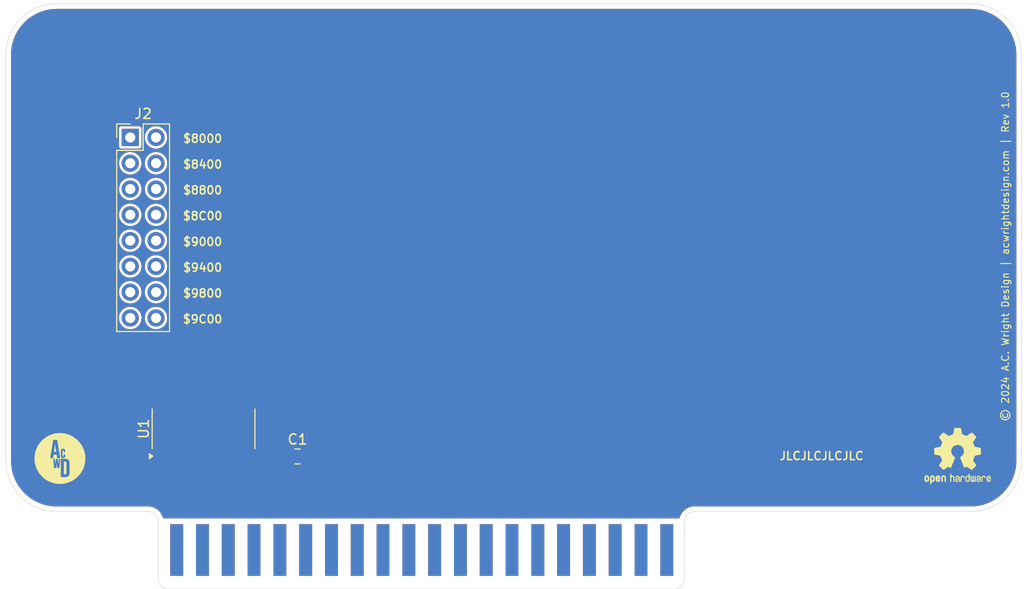
<source format=kicad_pcb>
(kicad_pcb (version 20240108) (generator "pcbnew") (generator_version "8.0")
  (title_block (title "6502 Card") (date "2024-06-11") (rev "1.0") (company "A.C. Wright Design"))
  (layers (0 "F.Cu" signal) (31 "B.Cu" signal) (34 "B.Paste" user) (35 "F.Paste" user) (36 "B.SilkS" user "B.Silkscreen") (37 "F.SilkS" user "F.Silkscreen") (38 "B.Mask" user) (39 "F.Mask" user) (44 "Edge.Cuts" user))
  (net 0 "")
  (net 1 "GND")
  (net 3 "VCC")
  (net 14 "A15")
  (net 17 "A12")
  (net 22 "A11")
  (net 28 "A14")
  (net 33 "A13")
  (net 34 "A10")
  (net 39 "CSB")
  (net 40 "/$8400")
  (net 41 "/$9800")
  (net 42 "/$9400")
  (net 43 "/$8C00")
  (net 44 "/$9000")
  (net 45 "/$8800")
  (net 46 "/$8000")
  (net 47 "/$9C00")
  (footprint "Symbol:OSHW-Logo2_7.3x6mm_SilkScreen" (layer "F.Cu") (at 194.3 114.9)
    (property "Reference" "REF**" (hide yes))
    (property "Value" "OSHW-Logo2_7.3x6mm_SilkScreen" (hide yes))
  )
  (footprint "Connector_PinHeader_2.54mm:PinHeader_2x08_P2.54mm_Vertical" (layer "F.Cu") (at 112.825 83.535)
    (property "Reference" "J2" (at 1.27 -2.33 0) (layer "F.SilkS"))
    (property "Value" "Conn_02x08_Odd_Even" (hide yes))
    (pad "1" thru_hole rect (at 0 0) (size 1.7 1.7) (drill 1) (layers "*.Cu" "*.Mask") (net 46 "/$8000"))
    (pad "2" thru_hole oval (at 2.54 0) (size 1.7 1.7) (drill 1) (layers "*.Cu" "*.Mask") (net 39 "CSB"))
    (pad "3" thru_hole oval (at 0 2.54) (size 1.7 1.7) (drill 1) (layers "*.Cu" "*.Mask") (net 40 "/$8400"))
    (pad "4" thru_hole oval (at 2.54 2.54) (size 1.7 1.7) (drill 1) (layers "*.Cu" "*.Mask") (net 39 "CSB"))
    (pad "5" thru_hole oval (at 0 5.08) (size 1.7 1.7) (drill 1) (layers "*.Cu" "*.Mask") (net 45 "/$8800"))
    (pad "6" thru_hole oval (at 2.54 5.08) (size 1.7 1.7) (drill 1) (layers "*.Cu" "*.Mask") (net 39 "CSB"))
    (pad "7" thru_hole oval (at 0 7.62) (size 1.7 1.7) (drill 1) (layers "*.Cu" "*.Mask") (net 43 "/$8C00"))
    (pad "8" thru_hole oval (at 2.54 7.62) (size 1.7 1.7) (drill 1) (layers "*.Cu" "*.Mask") (net 39 "CSB"))
    (pad "9" thru_hole oval (at 0 10.16) (size 1.7 1.7) (drill 1) (layers "*.Cu" "*.Mask") (net 44 "/$9000"))
    (pad "10" thru_hole oval (at 2.54 10.16) (size 1.7 1.7) (drill 1) (layers "*.Cu" "*.Mask") (net 39 "CSB"))
    (pad "11" thru_hole oval (at 0 12.7) (size 1.7 1.7) (drill 1) (layers "*.Cu" "*.Mask") (net 42 "/$9400"))
    (pad "12" thru_hole oval (at 2.54 12.7) (size 1.7 1.7) (drill 1) (layers "*.Cu" "*.Mask") (net 39 "CSB"))
    (pad "13" thru_hole oval (at 0 15.24) (size 1.7 1.7) (drill 1) (layers "*.Cu" "*.Mask") (net 41 "/$9800"))
    (pad "14" thru_hole oval (at 2.54 15.24) (size 1.7 1.7) (drill 1) (layers "*.Cu" "*.Mask") (net 39 "CSB"))
    (pad "15" thru_hole oval (at 0 17.78) (size 1.7 1.7) (drill 1) (layers "*.Cu" "*.Mask") (net 47 "/$9C00"))
    (pad "16" thru_hole oval (at 2.54 17.78) (size 1.7 1.7) (drill 1) (layers "*.Cu" "*.Mask") (net 39 "CSB"))
  )
  (footprint "Package_SO:SOIC-16_3.9x9.9mm_P1.27mm" (layer "F.Cu") (at 120.045 112.225 90)
    (property "Reference" "U1" (at 0 -5.9 90) (layer "F.SilkS"))
    (property "Value" "74HC138")
    (pad "1" smd roundrect (at -2.475 -4.445 90) (size 1.95 0.6) (layers "F.Cu" "F.Paste" "F.Mask") (net 34 "A10"))
    (pad "2" smd roundrect (at -2.475 -3.175 90) (size 1.95 0.6) (layers "F.Cu" "F.Paste" "F.Mask") (net 22 "A11"))
    (pad "3" smd roundrect (at -2.475 -1.905 90) (size 1.95 0.6) (layers "F.Cu" "F.Paste" "F.Mask") (net 17 "A12"))
    (pad "4" smd roundrect (at -2.475 -0.635 90) (size 1.95 0.6) (layers "F.Cu" "F.Paste" "F.Mask") (net 33 "A13"))
    (pad "5" smd roundrect (at -2.475 0.635 90) (size 1.95 0.6) (layers "F.Cu" "F.Paste" "F.Mask") (net 28 "A14"))
    (pad "6" smd roundrect (at -2.475 1.905 90) (size 1.95 0.6) (layers "F.Cu" "F.Paste" "F.Mask") (net 14 "A15"))
    (pad "7" smd roundrect (at -2.475 3.175 90) (size 1.95 0.6) (layers "F.Cu" "F.Paste" "F.Mask") (net 47 "/$9C00"))
    (pad "8" smd roundrect (at -2.475 4.445 90) (size 1.95 0.6) (layers "F.Cu" "F.Paste" "F.Mask") (net 1 "GND"))
    (pad "9" smd roundrect (at 2.475 4.445 90) (size 1.95 0.6) (layers "F.Cu" "F.Paste" "F.Mask") (net 41 "/$9800"))
    (pad "10" smd roundrect (at 2.475 3.175 90) (size 1.95 0.6) (layers "F.Cu" "F.Paste" "F.Mask") (net 42 "/$9400"))
    (pad "11" smd roundrect (at 2.475 1.905 90) (size 1.95 0.6) (layers "F.Cu" "F.Paste" "F.Mask") (net 44 "/$9000"))
    (pad "12" smd roundrect (at 2.475 0.635 90) (size 1.95 0.6) (layers "F.Cu" "F.Paste" "F.Mask") (net 43 "/$8C00"))
    (pad "13" smd roundrect (at 2.475 -0.635 90) (size 1.95 0.6) (layers "F.Cu" "F.Paste" "F.Mask") (net 45 "/$8800"))
    (pad "14" smd roundrect (at 2.475 -1.905 90) (size 1.95 0.6) (layers "F.Cu" "F.Paste" "F.Mask") (net 40 "/$8400"))
    (pad "15" smd roundrect (at 2.475 -3.175 90) (size 1.95 0.6) (layers "F.Cu" "F.Paste" "F.Mask") (net 46 "/$8000"))
    (pad "16" smd roundrect (at 2.475 -4.445 90) (size 1.95 0.6) (layers "F.Cu" "F.Paste" "F.Mask") (net 3 "VCC"))
  )
  (footprint "Capacitor_SMD:C_0805_2012Metric" (layer "F.Cu") (at 129.3 114.95)
    (property "Reference" "C1" (at 0 -1.68 0) (layer "F.SilkS"))
    (property "Value" "100nF")
    (pad "1" smd roundrect (at -0.95 0) (size 1 1.45) (layers "F.Cu" "F.Paste" "F.Mask") (net 3 "VCC"))
    (pad "2" smd roundrect (at 0.95 0) (size 1 1.45) (layers "F.Cu" "F.Paste" "F.Mask") (net 1 "GND"))
  )
  (footprint "A.C. Wright Logo:A.C. Wright Logo 5mm" (layer "F.Cu") (at 105.9 115.15)
    (property "Reference" "G***" (hide yes))
    (property "Value" "LOGO" (hide yes))
  )
  (footprint "6502 Parts:6502 Card Edge" (layer "F.Cu") (at 117.4 126.7)
    (property "Reference" "J1" (hide yes))
    (property "Value" "6502 Card Edge" (hide yes))
    (pad "A0" smd rect (at 45.72 -2.54 90) (size 5.08 1.27) (layers "B.Cu" "B.Paste" "B.Mask"))
    (pad "A1" smd rect (at 43.18 -2.54 90) (size 5.08 1.27) (layers "B.Cu" "B.Paste" "B.Mask"))
    (pad "A2" smd rect (at 40.64 -2.54 90) (size 5.08 1.27) (layers "B.Cu" "B.Paste" "B.Mask"))
    (pad "A3" smd rect (at 38.1 -2.54 90) (size 5.08 1.27) (layers "B.Cu" "B.Paste" "B.Mask"))
    (pad "A4" smd rect (at 35.56 -2.54 90) (size 5.08 1.27) (layers "B.Cu" "B.Paste" "B.Mask"))
    (pad "A5" smd rect (at 33.02 -2.54 90) (size 5.08 1.27) (layers "B.Cu" "B.Paste" "B.Mask"))
    (pad "A6" smd rect (at 30.48 -2.54 90) (size 5.08 1.27) (layers "B.Cu" "B.Paste" "B.Mask"))
    (pad "A7" smd rect (at 27.94 -2.54 90) (size 5.08 1.27) (layers "B.Cu" "B.Paste" "B.Mask"))
    (pad "A8" smd rect (at 25.4 -2.54 90) (size 5.08 1.27) (layers "B.Cu" "B.Paste" "B.Mask"))
    (pad "A9" smd rect (at 22.86 -2.54 90) (size 5.08 1.27) (layers "B.Cu" "B.Paste" "B.Mask"))
    (pad "A10" smd rect (at 20.32 -2.54 90) (size 5.08 1.27) (layers "B.Cu" "B.Paste" "B.Mask") (net 34 "A10"))
    (pad "A11" smd rect (at 17.78 -2.54 90) (size 5.08 1.27) (layers "B.Cu" "B.Paste" "B.Mask") (net 22 "A11"))
    (pad "A12" smd rect (at 15.24 -2.54 90) (size 5.08 1.27) (layers "B.Cu" "B.Paste" "B.Mask") (net 17 "A12"))
    (pad "A13" smd rect (at 12.7 -2.54 90) (size 5.08 1.27) (layers "B.Cu" "B.Paste" "B.Mask") (net 33 "A13"))
    (pad "A14" smd rect (at 10.16 -2.54 90) (size 5.08 1.27) (layers "B.Cu" "B.Paste" "B.Mask") (net 28 "A14"))
    (pad "A15" smd rect (at 7.62 -2.54 90) (size 5.08 1.27) (layers "B.Cu" "B.Paste" "B.Mask") (net 14 "A15"))
    (pad "BE" smd rect (at 12.7 -2.54 90) (size 5.08 1.27) (layers "F.Cu" "F.Paste" "F.Mask"))
    (pad "D0" smd rect (at 45.72 -2.54 90) (size 5.08 1.27) (layers "F.Cu" "F.Paste" "F.Mask"))
    (pad "D1" smd rect (at 43.18 -2.54 90) (size 5.08 1.27) (layers "F.Cu" "F.Paste" "F.Mask"))
    (pad "D2" smd rect (at 40.64 -2.54 90) (size 5.08 1.27) (layers "F.Cu" "F.Paste" "F.Mask"))
    (pad "D3" smd rect (at 38.1 -2.54 90) (size 5.08 1.27) (layers "F.Cu" "F.Paste" "F.Mask"))
    (pad "D4" smd rect (at 35.56 -2.54 90) (size 5.08 1.27) (layers "F.Cu" "F.Paste" "F.Mask"))
    (pad "D5" smd rect (at 33.02 -2.54 90) (size 5.08 1.27) (layers "F.Cu" "F.Paste" "F.Mask"))
    (pad "D6" smd rect (at 30.48 -2.54 90) (size 5.08 1.27) (layers "F.Cu" "F.Paste" "F.Mask"))
    (pad "D7" smd rect (at 27.94 -2.54 90) (size 5.08 1.27) (layers "F.Cu" "F.Paste" "F.Mask"))
    (pad "EXP0" smd rect (at 5.08 -2.54 90) (size 5.08 1.27) (layers "B.Cu" "B.Paste" "B.Mask"))
    (pad "EXP1" smd rect (at 2.54 -2.54 90) (size 5.08 1.27) (layers "B.Cu" "B.Paste" "B.Mask"))
    (pad "EXP2" smd rect (at 25.4 -2.54 90) (size 5.08 1.27) (layers "F.Cu" "F.Paste" "F.Mask"))
    (pad "EXP3" smd rect (at 22.86 -2.54 90) (size 5.08 1.27) (layers "F.Cu" "F.Paste" "F.Mask"))
    (pad "GND" smd rect (at 0 -2.54 90) (size 5.08 1.27) (layers "F.Cu" "F.Paste" "F.Mask") (net 1 "GND"))
    (pad "GND" smd rect (at 48.26 -2.54 90) (size 5.08 1.27) (layers "B.Cu" "B.Paste" "B.Mask") (net 1 "GND"))
    (pad "IRQB" smd rect (at 5.08 -2.54 90) (size 5.08 1.27) (layers "F.Cu" "F.Paste" "F.Mask"))
    (pad "NMIB" smd rect (at 7.62 -2.54 90) (size 5.08 1.27) (layers "F.Cu" "F.Paste" "F.Mask"))
    (pad "PHI2" smd rect (at 20.32 -2.54 90) (size 5.08 1.27) (layers "F.Cu" "F.Paste" "F.Mask"))
    (pad "RDY" smd rect (at 10.16 -2.54 90) (size 5.08 1.27) (layers "F.Cu" "F.Paste" "F.Mask"))
    (pad "RESB" smd rect (at 2.54 -2.54 90) (size 5.08 1.27) (layers "F.Cu" "F.Paste" "F.Mask"))
    (pad "RWB" smd rect (at 15.24 -2.54 90) (size 5.08 1.27) (layers "F.Cu" "F.Paste" "F.Mask"))
    (pad "SYNC" smd rect (at 17.78 -2.54 90) (size 5.08 1.27) (layers "F.Cu" "F.Paste" "F.Mask"))
    (pad "VCC" smd rect (at 0 -2.54 90) (size 5.08 1.27) (layers "B.Cu" "B.Paste" "B.Mask") (net 3 "VCC"))
    (pad "VCC" smd rect (at 48.26 -2.54 90) (size 5.08 1.27) (layers "F.Cu" "F.Paste" "F.Mask") (net 3 "VCC"))
  )
  (gr_arc (start 167.3841 121.3746) (mid 167.676993 120.667493) (end 168.3841 120.3746) (stroke (width 0.05)) (layer "Edge.Cuts"))
  (gr_line (start 200.5841 115.3746) (end 200.5841 75.3746) (stroke (width 0.05)) (layer "Edge.Cuts"))
  (gr_arc (start 105.5841 120.3746) (mid 102.048566 118.910134) (end 100.5841 115.3746) (stroke (width 0.05)) (layer "Edge.Cuts"))
  (gr_line (start 105.5841 120.3746) (end 114.5841 120.3746) (stroke (width 0.05)) (layer "Edge.Cuts"))
  (gr_line (start 168.3841 120.3746) (end 195.5841 120.3746) (stroke (width 0.05)) (layer "Edge.Cuts"))
  (gr_line (start 195.5841 70.3746) (end 105.5841 70.3746) (stroke (width 0.05)) (layer "Edge.Cuts"))
  (gr_arc (start 114.5841 120.3746) (mid 115.291207 120.667493) (end 115.5841 121.3746) (stroke (width 0.05)) (layer "Edge.Cuts"))
  (gr_line (start 167.3841 126.9946) (end 167.3841 121.3746) (stroke (width 0.05)) (layer "Edge.Cuts"))
  (gr_arc (start 200.5841 115.3746) (mid 199.119634 118.910134) (end 195.5841 120.3746) (stroke (width 0.05)) (layer "Edge.Cuts"))
  (gr_arc (start 100.5841 75.3746) (mid 102.048566 71.839066) (end 105.5841 70.3746) (stroke (width 0.05)) (layer "Edge.Cuts"))
  (gr_line (start 116.5841 127.9946) (end 166.3841 127.9946) (stroke (width 0.05)) (layer "Edge.Cuts"))
  (gr_line (start 100.5841 75.3746) (end 100.5841 115.3746) (stroke (width 0.05)) (layer "Edge.Cuts"))
  (gr_arc (start 116.5841 127.9946) (mid 115.876993 127.701707) (end 115.5841 126.9946) (stroke (width 0.05)) (layer "Edge.Cuts"))
  (gr_arc (start 167.3841 126.9946) (mid 167.091207 127.701707) (end 166.3841 127.9946) (stroke (width 0.05)) (layer "Edge.Cuts"))
  (gr_arc (start 195.5841 70.3746) (mid 199.119634 71.839066) (end 200.5841 75.3746) (stroke (width 0.05)) (layer "Edge.Cuts"))
  (gr_line (start 115.5841 121.3746) (end 115.5841 126.9946) (stroke (width 0.05)) (layer "Edge.Cuts"))
  (gr_text "$9C00" (at 119.95 101.43 0) (layer "F.SilkS") (effects (font (size 0.8 0.8))))
  (gr_text "© 2024 A.C. Wright Design | acwrightdesign.com | Rev 1.0" (at 199 95.25 90) (layer "F.SilkS") (effects (font (size 0.7 0.7) (thickness 0.1))))
  (gr_text "$8C00" (at 119.95 91.27 0) (layer "F.SilkS") (effects (font (size 0.8 0.8))))
  (gr_text "$9800" (at 119.95 98.89 0) (layer "F.SilkS") (effects (font (size 0.8 0.8))))
  (gr_text "$9400" (at 119.95 96.35 0) (layer "F.SilkS") (effects (font (size 0.8 0.8))))
  (gr_text "JLCJLCJLCJLC" (at 180.9 114.9 0) (layer "F.SilkS") (effects (font (size 0.8 0.8))))
  (gr_text "$8000" (at 119.95 83.65 0) (layer "F.SilkS") (effects (font (size 0.8 0.8))))
  (gr_text "$9000" (at 119.95 93.81 0) (layer "F.SilkS") (effects (font (size 0.8 0.8))))
  (gr_text "$8400" (at 119.95 86.19 0) (layer "F.SilkS") (effects (font (size 0.8 0.8))))
  (gr_text "$8800" (at 119.95 88.73 0) (layer "F.SilkS") (effects (font (size 0.8 0.8))))
  (zone (net 1) (net_name "GND") (layer "F.Cu") (connect_pads (clearance 0.254)) (min_thickness 0.254) (fill yes (thermal_gap 0.254) (thermal_bridge_width 0.254))
    (polygon (pts (xy 200.838 121.054) (xy 100 121.054) (xy 100 70) (xy 200.838 70)))
  )
  (zone (net 1) (net_name "GND") (layer "B.Cu") (connect_pads (clearance 0.254)) (min_thickness 0.254) (fill yes (thermal_gap 0.254) (thermal_bridge_width 0.254))
    (polygon (pts (xy 200.838 121.054) (xy 100 121.054) (xy 100 70) (xy 200.838 70)))
  )
)
</source>
